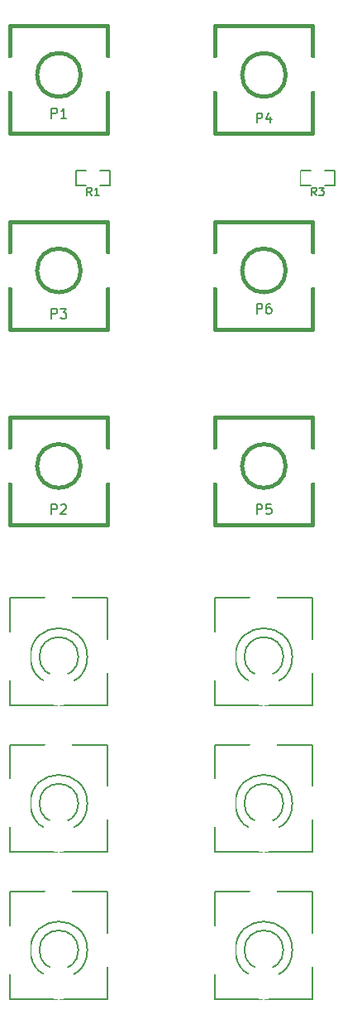
<source format=gto>
G04 (created by PCBNEW (2013-07-07 BZR 4022)-stable) date 2014-05-25 11:12:15 PM*
%MOIN*%
G04 Gerber Fmt 3.4, Leading zero omitted, Abs format*
%FSLAX34Y34*%
G01*
G70*
G90*
G04 APERTURE LIST*
%ADD10C,0.00590551*%
%ADD11C,0.005*%
%ADD12C,0.015*%
%ADD13C,0.006*%
%ADD14R,0.045X0.055*%
%ADD15O,0.137795X0.19685*%
%ADD16O,0.0787402X0.137795*%
%ADD17O,0.137795X0.137795*%
%ADD18R,0.0787X0.0787*%
%ADD19C,0.0787*%
%ADD20O,0.0984252X0.137795*%
%ADD21C,0.0688976*%
%ADD22R,0.0551181X0.0551181*%
%ADD23C,0.0551181*%
G04 APERTURE END LIST*
G54D10*
G54D11*
X94571Y-47928D02*
X94971Y-47928D01*
X94971Y-47928D02*
X94971Y-48528D01*
X94971Y-48528D02*
X94571Y-48528D01*
X94011Y-48528D02*
X93611Y-48528D01*
X93611Y-48528D02*
X93611Y-47928D01*
X93611Y-47928D02*
X94011Y-47928D01*
X85516Y-47928D02*
X85916Y-47928D01*
X85916Y-47928D02*
X85916Y-48528D01*
X85916Y-48528D02*
X85516Y-48528D01*
X84956Y-48528D02*
X84556Y-48528D01*
X84556Y-48528D02*
X84556Y-47928D01*
X84556Y-47928D02*
X84956Y-47928D01*
G54D10*
X93273Y-73425D02*
G75*
G03X93273Y-73425I-1147J0D01*
G74*
G01*
X94094Y-75393D02*
X90157Y-75393D01*
X90157Y-75393D02*
X90157Y-71062D01*
X90157Y-71062D02*
X94094Y-71062D01*
X94094Y-71062D02*
X94094Y-75393D01*
X92913Y-73425D02*
G75*
G03X92913Y-73425I-787J0D01*
G74*
G01*
X85006Y-73425D02*
G75*
G03X85006Y-73425I-1147J0D01*
G74*
G01*
X85826Y-75393D02*
X81889Y-75393D01*
X81889Y-75393D02*
X81889Y-71062D01*
X81889Y-71062D02*
X85826Y-71062D01*
X85826Y-71062D02*
X85826Y-75393D01*
X84645Y-73425D02*
G75*
G03X84645Y-73425I-787J0D01*
G74*
G01*
X93273Y-79330D02*
G75*
G03X93273Y-79330I-1147J0D01*
G74*
G01*
X94094Y-81299D02*
X90157Y-81299D01*
X90157Y-81299D02*
X90157Y-76968D01*
X90157Y-76968D02*
X94094Y-76968D01*
X94094Y-76968D02*
X94094Y-81299D01*
X92913Y-79330D02*
G75*
G03X92913Y-79330I-787J0D01*
G74*
G01*
X85006Y-79330D02*
G75*
G03X85006Y-79330I-1147J0D01*
G74*
G01*
X85826Y-81299D02*
X81889Y-81299D01*
X81889Y-81299D02*
X81889Y-76968D01*
X81889Y-76968D02*
X85826Y-76968D01*
X85826Y-76968D02*
X85826Y-81299D01*
X84645Y-79330D02*
G75*
G03X84645Y-79330I-787J0D01*
G74*
G01*
X85006Y-67519D02*
G75*
G03X85006Y-67519I-1147J0D01*
G74*
G01*
X85826Y-69488D02*
X81889Y-69488D01*
X81889Y-69488D02*
X81889Y-65157D01*
X81889Y-65157D02*
X85826Y-65157D01*
X85826Y-65157D02*
X85826Y-69488D01*
X84645Y-67519D02*
G75*
G03X84645Y-67519I-787J0D01*
G74*
G01*
X93273Y-67519D02*
G75*
G03X93273Y-67519I-1147J0D01*
G74*
G01*
X94094Y-69488D02*
X90157Y-69488D01*
X90157Y-69488D02*
X90157Y-65157D01*
X90157Y-65157D02*
X94094Y-65157D01*
X94094Y-65157D02*
X94094Y-69488D01*
X92913Y-67519D02*
G75*
G03X92913Y-67519I-787J0D01*
G74*
G01*
G54D12*
X93006Y-59842D02*
G75*
G03X93006Y-59842I-880J0D01*
G74*
G01*
X90157Y-59842D02*
X90157Y-57874D01*
X90157Y-57874D02*
X94094Y-57874D01*
X94094Y-57874D02*
X94094Y-62204D01*
X94094Y-62204D02*
X90157Y-62204D01*
X90157Y-62204D02*
X90157Y-59842D01*
X84738Y-44094D02*
G75*
G03X84738Y-44094I-880J0D01*
G74*
G01*
X81889Y-44094D02*
X81889Y-42125D01*
X81889Y-42125D02*
X85826Y-42125D01*
X85826Y-42125D02*
X85826Y-46456D01*
X85826Y-46456D02*
X81889Y-46456D01*
X81889Y-46456D02*
X81889Y-44094D01*
X84738Y-51968D02*
G75*
G03X84738Y-51968I-880J0D01*
G74*
G01*
X81889Y-51968D02*
X81889Y-50000D01*
X81889Y-50000D02*
X85826Y-50000D01*
X85826Y-50000D02*
X85826Y-54330D01*
X85826Y-54330D02*
X81889Y-54330D01*
X81889Y-54330D02*
X81889Y-51968D01*
X84738Y-59842D02*
G75*
G03X84738Y-59842I-880J0D01*
G74*
G01*
X81889Y-59842D02*
X81889Y-57874D01*
X81889Y-57874D02*
X85826Y-57874D01*
X85826Y-57874D02*
X85826Y-62204D01*
X85826Y-62204D02*
X81889Y-62204D01*
X81889Y-62204D02*
X81889Y-59842D01*
X93006Y-51968D02*
G75*
G03X93006Y-51968I-880J0D01*
G74*
G01*
X90157Y-51968D02*
X90157Y-50000D01*
X90157Y-50000D02*
X94094Y-50000D01*
X94094Y-50000D02*
X94094Y-54330D01*
X94094Y-54330D02*
X90157Y-54330D01*
X90157Y-54330D02*
X90157Y-51968D01*
X93006Y-44094D02*
G75*
G03X93006Y-44094I-880J0D01*
G74*
G01*
X90157Y-44094D02*
X90157Y-42125D01*
X90157Y-42125D02*
X94094Y-42125D01*
X94094Y-42125D02*
X94094Y-46456D01*
X94094Y-46456D02*
X90157Y-46456D01*
X90157Y-46456D02*
X90157Y-44094D01*
G54D13*
X94238Y-48948D02*
X94131Y-48796D01*
X94055Y-48948D02*
X94055Y-48628D01*
X94177Y-48628D01*
X94207Y-48643D01*
X94222Y-48658D01*
X94238Y-48689D01*
X94238Y-48735D01*
X94222Y-48765D01*
X94207Y-48780D01*
X94177Y-48796D01*
X94055Y-48796D01*
X94344Y-48628D02*
X94542Y-48628D01*
X94436Y-48750D01*
X94481Y-48750D01*
X94512Y-48765D01*
X94527Y-48780D01*
X94542Y-48811D01*
X94542Y-48887D01*
X94527Y-48917D01*
X94512Y-48933D01*
X94481Y-48948D01*
X94390Y-48948D01*
X94359Y-48933D01*
X94344Y-48917D01*
X85182Y-48948D02*
X85076Y-48796D01*
X85000Y-48948D02*
X85000Y-48628D01*
X85121Y-48628D01*
X85152Y-48643D01*
X85167Y-48658D01*
X85182Y-48689D01*
X85182Y-48735D01*
X85167Y-48765D01*
X85152Y-48780D01*
X85121Y-48796D01*
X85000Y-48796D01*
X85487Y-48948D02*
X85304Y-48948D01*
X85396Y-48948D02*
X85396Y-48628D01*
X85365Y-48674D01*
X85335Y-48704D01*
X85304Y-48719D01*
G54D10*
X91835Y-61773D02*
X91835Y-61379D01*
X91985Y-61379D01*
X92022Y-61398D01*
X92041Y-61417D01*
X92060Y-61454D01*
X92060Y-61511D01*
X92041Y-61548D01*
X92022Y-61567D01*
X91985Y-61586D01*
X91835Y-61586D01*
X92416Y-61379D02*
X92229Y-61379D01*
X92210Y-61567D01*
X92229Y-61548D01*
X92266Y-61529D01*
X92360Y-61529D01*
X92397Y-61548D01*
X92416Y-61567D01*
X92435Y-61604D01*
X92435Y-61698D01*
X92416Y-61736D01*
X92397Y-61754D01*
X92360Y-61773D01*
X92266Y-61773D01*
X92229Y-61754D01*
X92210Y-61736D01*
X83567Y-45828D02*
X83567Y-45434D01*
X83717Y-45434D01*
X83755Y-45453D01*
X83773Y-45472D01*
X83792Y-45509D01*
X83792Y-45566D01*
X83773Y-45603D01*
X83755Y-45622D01*
X83717Y-45641D01*
X83567Y-45641D01*
X84167Y-45828D02*
X83942Y-45828D01*
X84055Y-45828D02*
X84055Y-45434D01*
X84017Y-45491D01*
X83980Y-45528D01*
X83942Y-45547D01*
X83567Y-53899D02*
X83567Y-53505D01*
X83717Y-53505D01*
X83755Y-53524D01*
X83773Y-53543D01*
X83792Y-53580D01*
X83792Y-53637D01*
X83773Y-53674D01*
X83755Y-53693D01*
X83717Y-53712D01*
X83567Y-53712D01*
X83923Y-53505D02*
X84167Y-53505D01*
X84036Y-53655D01*
X84092Y-53655D01*
X84130Y-53674D01*
X84148Y-53693D01*
X84167Y-53730D01*
X84167Y-53824D01*
X84148Y-53862D01*
X84130Y-53880D01*
X84092Y-53899D01*
X83980Y-53899D01*
X83942Y-53880D01*
X83923Y-53862D01*
X83567Y-61773D02*
X83567Y-61379D01*
X83717Y-61379D01*
X83755Y-61398D01*
X83773Y-61417D01*
X83792Y-61454D01*
X83792Y-61511D01*
X83773Y-61548D01*
X83755Y-61567D01*
X83717Y-61586D01*
X83567Y-61586D01*
X83942Y-61417D02*
X83961Y-61398D01*
X83998Y-61379D01*
X84092Y-61379D01*
X84130Y-61398D01*
X84148Y-61417D01*
X84167Y-61454D01*
X84167Y-61492D01*
X84148Y-61548D01*
X83923Y-61773D01*
X84167Y-61773D01*
X91835Y-53702D02*
X91835Y-53308D01*
X91985Y-53308D01*
X92022Y-53327D01*
X92041Y-53346D01*
X92060Y-53383D01*
X92060Y-53440D01*
X92041Y-53477D01*
X92022Y-53496D01*
X91985Y-53515D01*
X91835Y-53515D01*
X92397Y-53308D02*
X92322Y-53308D01*
X92285Y-53327D01*
X92266Y-53346D01*
X92229Y-53402D01*
X92210Y-53477D01*
X92210Y-53627D01*
X92229Y-53665D01*
X92247Y-53683D01*
X92285Y-53702D01*
X92360Y-53702D01*
X92397Y-53683D01*
X92416Y-53665D01*
X92435Y-53627D01*
X92435Y-53533D01*
X92416Y-53496D01*
X92397Y-53477D01*
X92360Y-53458D01*
X92285Y-53458D01*
X92247Y-53477D01*
X92229Y-53496D01*
X92210Y-53533D01*
X91835Y-46025D02*
X91835Y-45631D01*
X91985Y-45631D01*
X92022Y-45650D01*
X92041Y-45669D01*
X92060Y-45706D01*
X92060Y-45763D01*
X92041Y-45800D01*
X92022Y-45819D01*
X91985Y-45838D01*
X91835Y-45838D01*
X92397Y-45763D02*
X92397Y-46025D01*
X92304Y-45613D02*
X92210Y-45894D01*
X92454Y-45894D01*
%LPC*%
G54D14*
X94716Y-48228D03*
X93866Y-48228D03*
X85661Y-48228D03*
X84811Y-48228D03*
G54D15*
X90275Y-73425D03*
G54D16*
X93976Y-73425D03*
G54D17*
X92125Y-71496D03*
X92125Y-74724D03*
G54D15*
X82007Y-73425D03*
G54D16*
X85708Y-73425D03*
G54D17*
X83858Y-71496D03*
X83858Y-74724D03*
G54D15*
X90275Y-79330D03*
G54D16*
X93976Y-79330D03*
G54D17*
X92125Y-77401D03*
X92125Y-80629D03*
G54D15*
X82007Y-79330D03*
G54D16*
X85708Y-79330D03*
G54D17*
X83858Y-77401D03*
X83858Y-80629D03*
G54D15*
X82007Y-67519D03*
G54D16*
X85708Y-67519D03*
G54D17*
X83858Y-65590D03*
X83858Y-68818D03*
G54D15*
X90275Y-67519D03*
G54D16*
X93976Y-67519D03*
G54D17*
X92125Y-65590D03*
X92125Y-68818D03*
G54D18*
X88188Y-70066D03*
G54D19*
X88188Y-69066D03*
X88188Y-68066D03*
X88188Y-67066D03*
X88188Y-66066D03*
X88188Y-65066D03*
X88188Y-64066D03*
X88188Y-63066D03*
X88188Y-62066D03*
X88188Y-61066D03*
X88188Y-60066D03*
X88188Y-59066D03*
X88492Y-48440D03*
X88492Y-47440D03*
X88492Y-49440D03*
X88492Y-46440D03*
G54D18*
X88492Y-45440D03*
G54D19*
X87492Y-45440D03*
X87492Y-46440D03*
X87492Y-47440D03*
X87492Y-48440D03*
X87492Y-49440D03*
G54D20*
X94015Y-59842D03*
X90236Y-59842D03*
G54D21*
X93110Y-62795D03*
X92125Y-62795D03*
X91141Y-62795D03*
G54D20*
X85748Y-44094D03*
X81968Y-44094D03*
G54D21*
X84842Y-47047D03*
X83858Y-47047D03*
X82874Y-47047D03*
G54D20*
X85748Y-51968D03*
X81968Y-51968D03*
G54D21*
X84842Y-54921D03*
X83858Y-54921D03*
X82874Y-54921D03*
G54D20*
X85748Y-59842D03*
X81968Y-59842D03*
G54D21*
X84842Y-62795D03*
X83858Y-62795D03*
X82874Y-62795D03*
G54D20*
X94015Y-51968D03*
X90236Y-51968D03*
G54D21*
X93110Y-54921D03*
X92125Y-54921D03*
X91141Y-54921D03*
G54D20*
X94015Y-44094D03*
X90236Y-44094D03*
G54D21*
X93110Y-47047D03*
X92125Y-47047D03*
X91141Y-47047D03*
G54D22*
X88385Y-43503D03*
G54D23*
X87598Y-43503D03*
G54D22*
X88385Y-51574D03*
G54D23*
X87598Y-51574D03*
M02*

</source>
